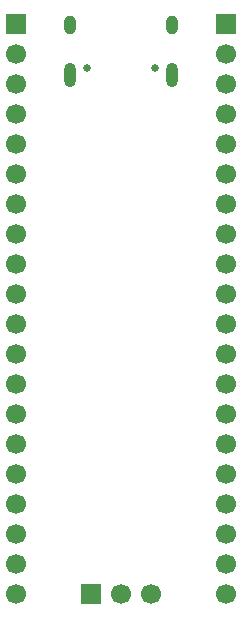
<source format=gbr>
%TF.GenerationSoftware,KiCad,Pcbnew,9.0.6*%
%TF.CreationDate,2025-12-04T10:49:31-05:00*%
%TF.ProjectId,Devboard,44657662-6f61-4726-942e-6b696361645f,rev?*%
%TF.SameCoordinates,Original*%
%TF.FileFunction,Soldermask,Bot*%
%TF.FilePolarity,Negative*%
%FSLAX46Y46*%
G04 Gerber Fmt 4.6, Leading zero omitted, Abs format (unit mm)*
G04 Created by KiCad (PCBNEW 9.0.6) date 2025-12-04 10:49:31*
%MOMM*%
%LPD*%
G01*
G04 APERTURE LIST*
%ADD10R,1.700000X1.700000*%
%ADD11C,1.700000*%
%ADD12O,1.000000X1.600000*%
%ADD13O,1.000000X2.100000*%
%ADD14C,0.650000*%
G04 APERTURE END LIST*
D10*
%TO.C,J4*%
X76160000Y-107690000D03*
D11*
X78700000Y-107690000D03*
X81240000Y-107690000D03*
%TD*%
D10*
%TO.C,J3*%
X87590000Y-59470000D03*
D11*
X87590000Y-62010000D03*
X87590000Y-64550000D03*
X87590000Y-67090000D03*
X87590000Y-69630000D03*
X87590000Y-72170000D03*
X87590000Y-74710000D03*
X87590000Y-77250000D03*
X87590000Y-79790000D03*
X87590000Y-82330000D03*
X87590000Y-84870000D03*
X87590000Y-87410000D03*
X87590000Y-89950000D03*
X87590000Y-92490000D03*
X87590000Y-95030000D03*
X87590000Y-97570000D03*
X87590000Y-100110000D03*
X87590000Y-102650000D03*
X87590000Y-105190000D03*
X87590000Y-107730000D03*
%TD*%
D10*
%TO.C,J2*%
X69810000Y-59470000D03*
D11*
X69810000Y-62010000D03*
X69810000Y-64550000D03*
X69810000Y-67090000D03*
X69810000Y-69630000D03*
X69810000Y-72170000D03*
X69810000Y-74710000D03*
X69810000Y-77250000D03*
X69810000Y-79790000D03*
X69810000Y-82330000D03*
X69810000Y-84870000D03*
X69810000Y-87410000D03*
X69810000Y-89950000D03*
X69810000Y-92490000D03*
X69810000Y-95030000D03*
X69810000Y-97570000D03*
X69810000Y-100110000D03*
X69810000Y-102650000D03*
X69810000Y-105190000D03*
X69810000Y-107730000D03*
%TD*%
D12*
%TO.C,J1*%
X74380000Y-59550000D03*
D13*
X74380000Y-63730000D03*
D12*
X83020000Y-59550000D03*
D13*
X83020000Y-63730000D03*
D14*
X75810000Y-63200000D03*
X81590000Y-63200000D03*
%TD*%
M02*

</source>
